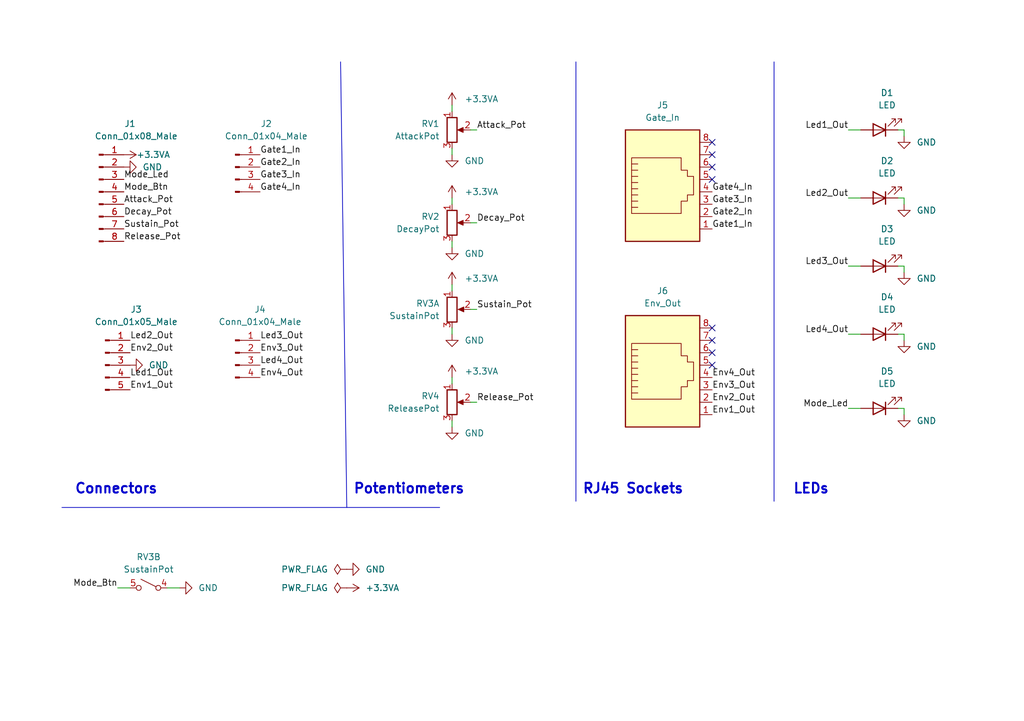
<source format=kicad_sch>
(kicad_sch (version 20230121) (generator eeschema)
  (paper "A5")
  (title_block (title "QuadEnv Controls") (date "2023-08-18") (rev "2.0") (company "Mountjoy Modular"))
  (lib_symbols
    (symbol "Connector:Conn_01x04_Pin" (pin_names (offset 1.016) hide)
      (property "Reference" "J" (at 0 5.08 0))
      (property "Value" "Conn_01x04_Pin" (at 0 -7.62 0))
      (symbol "Conn_01x04_Pin_1_1"
        (polyline (pts (xy 1.27 -5.08) (xy 0.8636 -5.08)) (stroke (width 0.1524)))
        (polyline (pts (xy 1.27 -2.54) (xy 0.8636 -2.54)) (stroke (width 0.1524)))
        (polyline (pts (xy 1.27 0) (xy 0.8636 0)) (stroke (width 0.1524)))
        (polyline (pts (xy 1.27 2.54) (xy 0.8636 2.54)) (stroke (width 0.1524)))
        (rectangle (start 0.8636 -4.953) (end 0 -5.207) (stroke (width 0.1524)) (fill (type outline)))
        (rectangle (start 0.8636 -2.413) (end 0 -2.667) (stroke (width 0.1524)) (fill (type outline)))
        (rectangle (start 0.8636 0.127) (end 0 -0.127) (stroke (width 0.1524)) (fill (type outline)))
        (rectangle (start 0.8636 2.667) (end 0 2.413) (stroke (width 0.1524)) (fill (type outline)))
        (pin passive line (at 5.08 2.54 180) (length 3.81) (name "Pin_1") (number "1"))
        (pin passive line (at 5.08 0 180) (length 3.81) (name "Pin_2") (number "2"))
        (pin passive line (at 5.08 -2.54 180) (length 3.81) (name "Pin_3") (number "3"))
        (pin passive line (at 5.08 -5.08 180) (length 3.81) (name "Pin_4") (number "4"))
      )
    )
    (symbol "Connector:Conn_01x05_Pin" (pin_names (offset 1.016) hide)
      (property "Reference" "J" (at 0 7.62 0))
      (property "Value" "Conn_01x05_Pin" (at 0 -7.62 0))
      (symbol "Conn_01x05_Pin_1_1"
        (polyline (pts (xy 1.27 -5.08) (xy 0.8636 -5.08)) (stroke (width 0.1524)))
        (polyline (pts (xy 1.27 -2.54) (xy 0.8636 -2.54)) (stroke (width 0.1524)))
        (polyline (pts (xy 1.27 0) (xy 0.8636 0)) (stroke (width 0.1524)))
        (polyline (pts (xy 1.27 2.54) (xy 0.8636 2.54)) (stroke (width 0.1524)))
        (polyline (pts (xy 1.27 5.08) (xy 0.8636 5.08)) (stroke (width 0.1524)))
        (rectangle (start 0.8636 -4.953) (end 0 -5.207) (stroke (width 0.1524)) (fill (type outline)))
        (rectangle (start 0.8636 -2.413) (end 0 -2.667) (stroke (width 0.1524)) (fill (type outline)))
        (rectangle (start 0.8636 0.127) (end 0 -0.127) (stroke (width 0.1524)) (fill (type outline)))
        (rectangle (start 0.8636 2.667) (end 0 2.413) (stroke (width 0.1524)) (fill (type outline)))
        (rectangle (start 0.8636 5.207) (end 0 4.953) (stroke (width 0.1524)) (fill (type outline)))
        (pin passive line (at 5.08 5.08 180) (length 3.81) (name "Pin_1") (number "1"))
        (pin passive line (at 5.08 2.54 180) (length 3.81) (name "Pin_2") (number "2"))
        (pin passive line (at 5.08 0 180) (length 3.81) (name "Pin_3") (number "3"))
        (pin passive line (at 5.08 -2.54 180) (length 3.81) (name "Pin_4") (number "4"))
        (pin passive line (at 5.08 -5.08 180) (length 3.81) (name "Pin_5") (number "5"))
      )
    )
    (symbol "Connector:Conn_01x08_Pin" (pin_names (offset 1.016) hide)
      (property "Reference" "J" (at 0 10.16 0))
      (property "Value" "Conn_01x08_Pin" (at 0 -12.7 0))
      (symbol "Conn_01x08_Pin_1_1"
        (polyline (pts (xy 1.27 -10.16) (xy 0.8636 -10.16)) (stroke (width 0.1524)))
        (polyline (pts (xy 1.27 -7.62) (xy 0.8636 -7.62)) (stroke (width 0.1524)))
        (polyline (pts (xy 1.27 -5.08) (xy 0.8636 -5.08)) (stroke (width 0.1524)))
        (polyline (pts (xy 1.27 -2.54) (xy 0.8636 -2.54)) (stroke (width 0.1524)))
        (polyline (pts (xy 1.27 0) (xy 0.8636 0)) (stroke (width 0.1524)))
        (polyline (pts (xy 1.27 2.54) (xy 0.8636 2.54)) (stroke (width 0.1524)))
        (polyline (pts (xy 1.27 5.08) (xy 0.8636 5.08)) (stroke (width 0.1524)))
        (polyline (pts (xy 1.27 7.62) (xy 0.8636 7.62)) (stroke (width 0.1524)))
        (rectangle (start 0.8636 -10.033) (end 0 -10.287) (stroke (width 0.1524)) (fill (type outline)))
        (rectangle (start 0.8636 -7.493) (end 0 -7.747) (stroke (width 0.1524)) (fill (type outline)))
        (rectangle (start 0.8636 -4.953) (end 0 -5.207) (stroke (width 0.1524)) (fill (type outline)))
        (rectangle (start 0.8636 -2.413) (end 0 -2.667) (stroke (width 0.1524)) (fill (type outline)))
        (rectangle (start 0.8636 0.127) (end 0 -0.127) (stroke (width 0.1524)) (fill (type outline)))
        (rectangle (start 0.8636 2.667) (end 0 2.413) (stroke (width 0.1524)) (fill (type outline)))
        (rectangle (start 0.8636 5.207) (end 0 4.953) (stroke (width 0.1524)) (fill (type outline)))
        (rectangle (start 0.8636 7.747) (end 0 7.493) (stroke (width 0.1524)) (fill (type outline)))
        (pin passive line (at 5.08 7.62 180) (length 3.81) (name "Pin_1") (number "1"))
        (pin passive line (at 5.08 5.08 180) (length 3.81) (name "Pin_2") (number "2"))
        (pin passive line (at 5.08 2.54 180) (length 3.81) (name "Pin_3") (number "3"))
        (pin passive line (at 5.08 0 180) (length 3.81) (name "Pin_4") (number "4"))
        (pin passive line (at 5.08 -2.54 180) (length 3.81) (name "Pin_5") (number "5"))
        (pin passive line (at 5.08 -5.08 180) (length 3.81) (name "Pin_6") (number "6"))
        (pin passive line (at 5.08 -7.62 180) (length 3.81) (name "Pin_7") (number "7"))
        (pin passive line (at 5.08 -10.16 180) (length 3.81) (name "Pin_8") (number "8"))
      )
    )
    (symbol "Connector:RJ45" (pin_names (offset 1.016))
      (property "Reference" "J" (at -5.08 13.97 0))
      (property "Value" "RJ45" (at 2.54 13.97 0))
      (symbol "RJ45_0_1"
        (polyline (pts (xy -5.08 4.445) (xy -6.35 4.445)))
        (polyline (pts (xy -5.08 5.715) (xy -6.35 5.715)))
        (polyline (pts (xy -6.35 -3.175) (xy -5.08 -3.175) (xy -5.08 -3.175)))
        (polyline (pts (xy -6.35 -1.905) (xy -5.08 -1.905) (xy -5.08 -1.905)))
        (polyline (pts (xy -6.35 -0.635) (xy -5.08 -0.635) (xy -5.08 -0.635)))
        (polyline (pts (xy -6.35 0.635) (xy -5.08 0.635) (xy -5.08 0.635)))
        (polyline (pts (xy -6.35 1.905) (xy -5.08 1.905) (xy -5.08 1.905)))
        (polyline (pts (xy -5.08 3.175) (xy -6.35 3.175) (xy -6.35 3.175)))
        (polyline (pts (xy -6.35 -4.445) (xy -6.35 6.985) (xy 3.81 6.985) (xy 3.81 4.445) (xy 5.08 4.445) (xy 5.08 3.175) (xy 6.35 3.175) (xy 6.35 -0.635) (xy 5.08 -0.635) (xy 5.08 -1.905) (xy 3.81 -1.905) (xy 3.81 -4.445) (xy -6.35 -4.445) (xy -6.35 -4.445)))
        (rectangle (start 7.62 12.7) (end -7.62 -10.16) (stroke (width 0.254)) (fill (type background)))
      )
      (symbol "RJ45_1_1"
        (pin passive line (at 10.16 -7.62 180) (length 2.54) (name "~") (number "1"))
        (pin passive line (at 10.16 -5.08 180) (length 2.54) (name "~") (number "2"))
        (pin passive line (at 10.16 -2.54 180) (length 2.54) (name "~") (number "3"))
        (pin passive line (at 10.16 0 180) (length 2.54) (name "~") (number "4"))
        (pin passive line (at 10.16 2.54 180) (length 2.54) (name "~") (number "5"))
        (pin passive line (at 10.16 5.08 180) (length 2.54) (name "~") (number "6"))
        (pin passive line (at 10.16 7.62 180) (length 2.54) (name "~") (number "7"))
        (pin passive line (at 10.16 10.16 180) (length 2.54) (name "~") (number "8"))
      )
    )
    (symbol "Device:LED" (pin_numbers hide) (pin_names (offset 1.016) hide)
      (property "Reference" "D" (at 0 2.54 0))
      (property "Value" "LED" (at 0 -2.54 0))
      (symbol "LED_0_1"
        (polyline (pts (xy -1.27 -1.27) (xy -1.27 1.27)) (stroke (width 0.254)))
        (polyline (pts (xy -1.27 0) (xy 1.27 0)))
        (polyline (pts (xy 1.27 -1.27) (xy 1.27 1.27) (xy -1.27 0) (xy 1.27 -1.27)) (stroke (width 0.254)))
        (polyline (pts (xy -3.048 -0.762) (xy -4.572 -2.286) (xy -3.81 -2.286) (xy -4.572 -2.286) (xy -4.572 -1.524)))
        (polyline (pts (xy -1.778 -0.762) (xy -3.302 -2.286) (xy -2.54 -2.286) (xy -3.302 -2.286) (xy -3.302 -1.524)))
      )
      (symbol "LED_1_1"
        (pin passive line (at -3.81 0 0) (length 2.54) (name "K") (number "1"))
        (pin passive line (at 3.81 0 180) (length 2.54) (name "A") (number "2"))
      )
    )
    (symbol "Device:R_Potentiometer" (pin_names (offset 1.016) hide)
      (property "Reference" "RV" (at -4.445 0 90))
      (property "Value" "R_Potentiometer" (at -2.54 0 90))
      (symbol "R_Potentiometer_0_1"
        (polyline (pts (xy 2.54 0) (xy 1.524 0)))
        (polyline (pts (xy 1.143 0) (xy 2.286 0.508) (xy 2.286 -0.508) (xy 1.143 0)) (fill (type outline)))
        (rectangle (start 1.016 2.54) (end -1.016 -2.54) (stroke (width 0.254)))
      )
      (symbol "R_Potentiometer_1_1"
        (pin passive line (at 0 3.81 270) (length 1.27) (name "1") (number "1"))
        (pin passive line (at 3.81 0 180) (length 1.27) (name "2") (number "2"))
        (pin passive line (at 0 -3.81 90) (length 1.27) (name "3") (number "3"))
      )
    )
    (symbol "Mountjoy:Switch_Potentiometer" (pin_names (offset 1.016) hide)
      (property "Reference" "RV" (at -7.62 1.27 90))
      (property "Value" "R_Potentiometer" (at -5.08 0 90))
      (symbol "Switch_Potentiometer_1_1"
        (rectangle (start -1.016 2.4892) (end 1.016 -2.5908) (stroke (width 0.254)))
        (polyline (pts (xy 1.27 0) (xy 2.413 0.508) (xy 2.413 -0.508) (xy 1.27 0)) (fill (type outline)))
        (pin passive line (at 0 3.81 270) (length 1.27) (name "1") (number "1"))
        (pin passive line (at 3.81 0 180) (length 1.27) (name "2") (number "2"))
        (pin passive line (at 0 -3.81 90) (length 1.27) (name "3") (number "3"))
      )
      (symbol "Switch_Potentiometer_2_0"
        (circle (center -1.9812 0) (radius 0.508))
        (polyline (pts (xy -1.4732 0.254) (xy 1.5748 1.778)))
        (circle (center 2.032 0) (radius 0.508))
      )
      (symbol "Switch_Potentiometer_2_1"
        (pin passive line (at -3.81 0 0) (length 1.27) (name "1") (number "4"))
        (pin passive line (at 3.81 0 180) (length 1.27) (name "2") (number "5"))
      )
    )
    (symbol "Switch_Potentiometer_1" (pin_names (offset 1.016) hide)
      (property "Reference" "RV" (at -7.62 1.27 90))
      (property "Value" "Switch_Potentiometer" (at -5.08 0 90))
      (symbol "Switch_Potentiometer_1_1_1"
        (rectangle (start -1.016 2.4892) (end 1.016 -2.5908) (stroke (width 0.254)))
        (polyline (pts (xy 1.27 0) (xy 2.413 0.508) (xy 2.413 -0.508) (xy 1.27 0)) (fill (type outline)))
        (pin passive line (at 0 3.81 270) (length 1.27) (name "1") (number "1"))
        (pin passive line (at 3.81 0 180) (length 1.27) (name "2") (number "2"))
        (pin passive line (at 0 -3.81 90) (length 1.27) (name "3") (number "3"))
      )
      (symbol "Switch_Potentiometer_1_2_0"
        (circle (center -1.9812 0) (radius 0.508))
        (polyline (pts (xy -1.4732 0.254) (xy 1.5748 1.778)))
        (circle (center 2.032 0) (radius 0.508))
      )
      (symbol "Switch_Potentiometer_1_2_1"
        (pin passive line (at -3.81 0 0) (length 1.27) (name "1") (number "4"))
        (pin passive line (at 3.81 0 180) (length 1.27) (name "2") (number "5"))
      )
    )
    (symbol "power:+3.3VA" (power) (pin_names (offset 0))
      (property "Value" "+3.3VA" (at 0 3.556 0))
      (symbol "+3.3VA_0_1"
        (polyline (pts (xy -0.762 1.27) (xy 0 2.54)))
        (polyline (pts (xy 0 0) (xy 0 2.54)))
        (polyline (pts (xy 0 2.54) (xy 0.762 1.27)))
      )
      (symbol "+3.3VA_1_1"
        (pin power_in line (at 0 0 90) (length 0) hide (name "+3.3VA") (number "1"))
      )
    )
    (symbol "power:GND" (power) (pin_names (offset 0))
      (property "Value" "GND" (at 0 -3.81 0))
      (symbol "GND_0_1"
        (polyline (pts (xy 0 0) (xy 0 -1.27) (xy 1.27 -1.27) (xy 0 -2.54) (xy -1.27 -1.27) (xy 0 -1.27)))
      )
      (symbol "GND_1_1"
        (pin power_in line (at 0 0 270) (length 0) hide (name "GND") (number "1"))
      )
    )
    (symbol "power:PWR_FLAG" (power) (pin_numbers hide) (pin_names (offset 0) hide)
      (property "Value" "PWR_FLAG" (at 0 3.81 0))
      (symbol "PWR_FLAG_0_0"
        (pin power_out line (at 0 0 90) (length 0) (name "pwr") (number "1"))
      )
      (symbol "PWR_FLAG_0_1"
        (polyline (pts (xy 0 0) (xy 0 1.27) (xy -1.016 1.905) (xy 0 2.54) (xy 1.016 1.905) (xy 0 1.27)))
      )
    )
  )
  (no_connect (at 146.05 34.29))
  (no_connect (at 146.05 72.39))
  (no_connect (at 146.05 69.85))
  (no_connect (at 146.05 67.31))
  (no_connect (at 146.05 31.75))
  (no_connect (at 146.05 29.21))
  (no_connect (at 146.05 36.83))
  (no_connect (at 146.05 74.93))
  (polyline (pts (xy 158.75 12.7) (xy 158.75 102.87)))
  (wire (pts (xy 97.79 26.67) (xy 96.52 26.67)))
  (wire (pts (xy 24.13 120.65) (xy 26.67 120.65)))
  (wire (pts (xy 185.42 68.58) (xy 185.42 69.85)))
  (wire (pts (xy 173.99 26.67) (xy 176.53 26.67)))
  (wire (pts (xy 92.71 87.63) (xy 92.71 86.36)))
  (wire (pts (xy 92.71 50.8) (xy 92.71 49.53)))
  (wire (pts (xy 184.15 68.58) (xy 185.42 68.58)))
  (wire (pts (xy 185.42 83.82) (xy 185.42 85.09)))
  (wire (pts (xy 92.71 68.58) (xy 92.71 67.31)))
  (polyline (pts (xy 69.85 12.7) (xy 71.12 104.14)))
  (wire (pts (xy 173.99 54.61) (xy 176.53 54.61)))
  (wire (pts (xy 97.79 45.72) (xy 96.52 45.72)))
  (wire (pts (xy 173.99 40.64) (xy 176.53 40.64)))
  (wire (pts (xy 173.99 68.58) (xy 176.53 68.58)))
  (wire (pts (xy 184.15 54.61) (xy 185.42 54.61)))
  (wire (pts (xy 92.71 31.75) (xy 92.71 30.48)))
  (wire (pts (xy 97.79 63.5) (xy 96.52 63.5)))
  (wire (pts (xy 92.71 58.42) (xy 92.71 59.69)))
  (wire (pts (xy 185.42 26.67) (xy 185.42 27.94)))
  (wire (pts (xy 185.42 54.61) (xy 185.42 55.88)))
  (wire (pts (xy 185.42 40.64) (xy 185.42 41.91)))
  (wire (pts (xy 92.71 21.59) (xy 92.71 22.86)))
  (wire (pts (xy 92.71 40.64) (xy 92.71 41.91)))
  (wire (pts (xy 173.99 83.82) (xy 176.53 83.82)))
  (polyline (pts (xy 12.7 104.14) (xy 90.17 104.14)))
  (wire (pts (xy 184.15 83.82) (xy 185.42 83.82)))
  (wire (pts (xy 184.15 26.67) (xy 185.42 26.67)))
  (polyline (pts (xy 118.11 12.7) (xy 118.11 102.87)))
  (wire (pts (xy 34.29 120.65) (xy 36.83 120.65)))
  (wire (pts (xy 97.79 82.55) (xy 96.52 82.55)))
  (wire (pts (xy 92.71 77.47) (xy 92.71 78.74)))
  (wire (pts (xy 184.15 40.64) (xy 185.42 40.64)))
  (text "Potentiometers" (at 72.39 101.6 0) (effects (font (size 2 2) (thickness 0.4) bold) (justify left bottom)))
  (text "Connectors" (at 15.24 101.6 0) (effects (font (size 2 2) (thickness 0.4) bold) (justify left bottom)))
  (text "LEDs" (at 162.56 101.6 0) (effects (font (size 2 2) (thickness 0.4) bold) (justify left bottom)))
  (text "RJ45 Sockets" (at 119.38 101.6 0) (effects (font (size 2 2) (thickness 0.4) bold) (justify left bottom)))
  (label "Env1_Out" (at 26.67 80.01 0))
  (label "Gate1_In" (at 53.34 31.75 0))
  (label "Led4_Out" (at 53.34 74.93 0))
  (label "Mode_Led" (at 25.4 36.83 0))
  (label "Led1_Out" (at 26.67 77.47 0))
  (label "Led3_Out" (at 173.99 54.61 180))
  (label "Sustain_Pot" (at 25.4 46.99 0))
  (label "Led2_Out" (at 26.67 69.85 0))
  (label "Gate2_In" (at 53.34 34.29 0))
  (label "Env4_Out" (at 53.34 77.47 0))
  (label "Release_Pot" (at 97.79 82.55 0))
  (label "Attack_Pot" (at 25.4 41.91 0))
  (label "Led2_Out" (at 173.99 40.64 180))
  (label "Led4_Out" (at 173.99 68.58 180))
  (label "Mode_Btn" (at 24.13 120.65 180))
  (label "Env1_Out" (at 146.05 85.09 0))
  (label "Mode_Btn" (at 25.4 39.37 0))
  (label "Attack_Pot" (at 97.79 26.67 0))
  (label "Gate1_In" (at 146.05 46.99 0))
  (label "Env2_Out" (at 146.05 82.55 0))
  (label "Led1_Out" (at 173.99 26.67 180))
  (label "Decay_Pot" (at 97.79 45.72 0))
  (label "Decay_Pot" (at 25.4 44.45 0))
  (label "Release_Pot" (at 25.4 49.53 0))
  (label "Gate3_In" (at 53.34 36.83 0))
  (label "Gate4_In" (at 146.05 39.37 0))
  (label "Sustain_Pot" (at 97.79 63.5 0))
  (label "Led3_Out" (at 53.34 69.85 0))
  (label "Mode_Led" (at 173.99 83.82 180))
  (label "Env3_Out" (at 146.05 80.01 0))
  (label "Gate2_In" (at 146.05 44.45 0))
  (label "Gate3_In" (at 146.05 41.91 0))
  (label "Env4_Out" (at 146.05 77.47 0))
  (label "Env2_Out" (at 26.67 72.39 0))
  (label "Env3_Out" (at 53.34 72.39 0))
  (label "Gate4_In" (at 53.34 39.37 0))
  (symbol (lib_id "Device:LED") (at 180.34 83.82 180) (unit 1)
    (property "Reference" "D5" (at 181.9275 76.2 0))
    (property "Value" "LED" (at 181.9275 78.74 0))
    (property "Footprint" "Custom_Footprints:LED_D3.0mm" (effects hide))
  )
  (symbol (lib_id "Connector:Conn_01x04_Pin") (at 48.26 72.39 0) (unit 1)
    (property "Reference" "J4" (at 53.34 63.5 0))
    (property "Value" "Conn_01x04_Male" (at 53.34 66.04 0))
    (property "Footprint" "Connector_PinHeader_2.54mm:PinHeader_1x04_P2.54mm_Vertical" (effects hide))
  )
  (symbol (lib_id "Mountjoy:Switch_Potentiometer") (at 30.48 120.65 0) (mirror y) (unit 2)
    (property "Reference" "RV3" (at 30.48 114.3 0))
    (property "Value" "SustainPot" (at 30.48 116.84 0))
    (property "Footprint" "Custom_Footprints:Bourns_Switch_Potentiometer" (effects hide))
  )
  (symbol (lib_id "power:PWR_FLAG") (at 71.12 120.65 90) (unit 1)
    (property "Reference" "#FLG02" (effects hide))
    (property "Value" "PWR_FLAG" (at 67.31 120.6499 90) (effects (justify left)))
  )
  (symbol (lib_id "Device:LED") (at 180.34 26.67 180) (unit 1)
    (property "Reference" "D1" (at 181.9275 19.05 0))
    (property "Value" "LED" (at 181.9275 21.59 0))
    (property "Footprint" "Custom_Footprints:LED_D3.0mm" (effects hide))
  )
  (symbol (lib_id "Device:R_Potentiometer") (at 92.71 82.55 0) (unit 1)
    (property "Reference" "RV4" (at 90.17 81.2799 0) (effects (justify right)))
    (property "Value" "ReleasePot" (at 90.17 83.8199 0) (effects (justify right)))
    (property "Footprint" "Custom_Footprints:Alpha_9mm_Potentiometer_Aligned" (effects hide))
  )
  (symbol (lib_id "power:GND") (at 185.42 41.91 0) (mirror y) (unit 1)
    (property "Reference" "#PWR014" (effects hide))
    (property "Value" "GND" (at 187.96 43.1799 0) (effects (justify right)))
  )
  (symbol (lib_id "power:+3.3VA") (at 92.71 77.47 0) (unit 1)
    (property "Reference" "#PWR011" (effects hide))
    (property "Value" "+3.3VA" (at 95.25 76.1999 0) (effects (justify left)))
  )
  (symbol (lib_id "Connector:RJ45") (at 135.89 39.37 0) (unit 1)
    (property "Reference" "J5" (at 135.89 21.59 0))
    (property "Value" "Gate_In" (at 135.89 24.13 0))
    (property "Footprint" "Custom_Footprints:RJ45_Amphenol_RJHSE-3080" (effects hide))
  )
  (symbol (lib_id "power:GND") (at 185.42 55.88 0) (mirror y) (unit 1)
    (property "Reference" "#PWR015" (effects hide))
    (property "Value" "GND" (at 187.96 57.1499 0) (effects (justify right)))
  )
  (symbol (lib_id "Connector:RJ45") (at 135.89 77.47 0) (unit 1)
    (property "Reference" "J6" (at 135.89 59.69 0))
    (property "Value" "Env_Out" (at 135.89 62.23 0))
    (property "Footprint" "Custom_Footprints:RJ45_Amphenol_RJHSE-3080" (effects hide))
  )
  (symbol (lib_id "power:GND") (at 25.4 34.29 90) (mirror x) (unit 1)
    (property "Reference" "#PWR0101" (effects hide))
    (property "Value" "GND" (at 29.21 34.29 90) (effects (justify right)))
  )
  (symbol (lib_id "power:GND") (at 92.71 50.8 0) (mirror y) (unit 1)
    (property "Reference" "#PWR08" (effects hide))
    (property "Value" "GND" (at 95.25 52.0699 0) (effects (justify right)))
  )
  (symbol (lib_id "power:GND") (at 36.83 120.65 90) (mirror x) (unit 1)
    (property "Reference" "#PWR04" (effects hide))
    (property "Value" "GND" (at 40.64 120.6499 90) (effects (justify right)))
  )
  (symbol (lib_id "Device:LED") (at 180.34 40.64 180) (unit 1)
    (property "Reference" "D2" (at 181.9275 33.02 0))
    (property "Value" "LED" (at 181.9275 35.56 0))
    (property "Footprint" "Custom_Footprints:LED_D3.0mm" (effects hide))
  )
  (symbol (lib_id "power:GND") (at 92.71 31.75 0) (mirror y) (unit 1)
    (property "Reference" "#PWR06" (effects hide))
    (property "Value" "GND" (at 95.25 33.0199 0) (effects (justify right)))
  )
  (symbol (lib_id "power:+3.3VA") (at 92.71 58.42 0) (unit 1)
    (property "Reference" "#PWR09" (effects hide))
    (property "Value" "+3.3VA" (at 95.25 57.1499 0) (effects (justify left)))
  )
  (symbol (lib_id "Device:R_Potentiometer") (at 92.71 26.67 0) (unit 1)
    (property "Reference" "RV1" (at 90.17 25.3999 0) (effects (justify right)))
    (property "Value" "AttackPot" (at 90.17 27.9399 0) (effects (justify right)))
    (property "Footprint" "Custom_Footprints:Alpha_9mm_Potentiometer_Aligned" (effects hide))
  )
  (symbol (lib_id "power:GND") (at 92.71 87.63 0) (mirror y) (unit 1)
    (property "Reference" "#PWR012" (effects hide))
    (property "Value" "GND" (at 95.25 88.8999 0) (effects (justify right)))
  )
  (symbol (lib_id "Device:LED") (at 180.34 68.58 180) (unit 1)
    (property "Reference" "D4" (at 181.9275 60.96 0))
    (property "Value" "LED" (at 181.9275 63.5 0))
    (property "Footprint" "Custom_Footprints:LED_D3.0mm" (effects hide))
  )
  (symbol (lib_id "power:PWR_FLAG") (at 71.12 116.84 90) (unit 1)
    (property "Reference" "#FLG01" (effects hide))
    (property "Value" "PWR_FLAG" (at 67.31 116.8399 90) (effects (justify left)))
  )
  (symbol (lib_name "Switch_Potentiometer_1") (lib_id "Mountjoy:Switch_Potentiometer") (at 92.71 63.5 0) (unit 1)
    (property "Reference" "RV3" (at 90.17 62.2808 0) (effects (justify right)))
    (property "Value" "SustainPot" (at 90.17 64.8208 0) (effects (justify right)))
    (property "Footprint" "Custom_Footprints:Bourns_Switch_Potentiometer" (effects hide))
  )
  (symbol (lib_id "Connector:Conn_01x04_Pin") (at 48.26 34.29 0) (unit 1)
    (property "Reference" "J2" (at 54.61 25.4 0))
    (property "Value" "Conn_01x04_Male" (at 54.61 27.94 0))
    (property "Footprint" "Connector_PinHeader_2.54mm:PinHeader_1x04_P2.54mm_Vertical" (effects hide))
  )
  (symbol (lib_id "Connector:Conn_01x05_Pin") (at 21.59 74.93 0) (unit 1)
    (property "Reference" "J3" (at 27.94 63.5 0))
    (property "Value" "Conn_01x05_Male" (at 27.94 66.04 0))
    (property "Footprint" "Connector_PinHeader_2.54mm:PinHeader_1x05_P2.54mm_Vertical" (effects hide))
  )
  (symbol (lib_id "power:GND") (at 71.12 116.84 90) (mirror x) (unit 1)
    (property "Reference" "#PWR01" (effects hide))
    (property "Value" "GND" (at 74.93 116.8399 90) (effects (justify right)))
  )
  (symbol (lib_id "Device:R_Potentiometer") (at 92.71 45.72 0) (unit 1)
    (property "Reference" "RV2" (at 90.17 44.4499 0) (effects (justify right)))
    (property "Value" "DecayPot" (at 90.17 46.9899 0) (effects (justify right)))
    (property "Footprint" "Custom_Footprints:Alpha_9mm_Potentiometer_Aligned" (effects hide))
  )
  (symbol (lib_id "power:+3.3VA") (at 71.12 120.65 270) (unit 1)
    (property "Reference" "#PWR02" (effects hide))
    (property "Value" "+3.3VA" (at 74.93 120.6499 90) (effects (justify left)))
  )
  (symbol (lib_id "Device:LED") (at 180.34 54.61 180) (unit 1)
    (property "Reference" "D3" (at 181.9275 46.99 0))
    (property "Value" "LED" (at 181.9275 49.53 0))
    (property "Footprint" "Custom_Footprints:LED_D3.0mm" (effects hide))
  )
  (symbol (lib_id "power:+3.3VA") (at 92.71 21.59 0) (unit 1)
    (property "Reference" "#PWR05" (effects hide))
    (property "Value" "+3.3VA" (at 95.25 20.3199 0) (effects (justify left)))
  )
  (symbol (lib_id "power:GND") (at 185.42 27.94 0) (mirror y) (unit 1)
    (property "Reference" "#PWR013" (effects hide))
    (property "Value" "GND" (at 187.96 29.2099 0) (effects (justify right)))
  )
  (symbol (lib_id "power:GND") (at 185.42 85.09 0) (mirror y) (unit 1)
    (property "Reference" "#PWR017" (effects hide))
    (property "Value" "GND" (at 187.96 86.3599 0) (effects (justify right)))
  )
  (symbol (lib_id "power:+3.3VA") (at 25.4 31.75 270) (unit 1)
    (property "Reference" "#PWR0102" (effects hide))
    (property "Value" "+3.3VA" (at 27.94 31.75 90) (effects (justify left)))
  )
  (symbol (lib_id "power:GND") (at 185.42 69.85 0) (mirror y) (unit 1)
    (property "Reference" "#PWR016" (effects hide))
    (property "Value" "GND" (at 187.96 71.1199 0) (effects (justify right)))
  )
  (symbol (lib_id "power:GND") (at 92.71 68.58 0) (mirror y) (unit 1)
    (property "Reference" "#PWR010" (effects hide))
    (property "Value" "GND" (at 95.25 69.8499 0) (effects (justify right)))
  )
  (symbol (lib_id "Connector:Conn_01x08_Pin") (at 20.32 39.37 0) (unit 1)
    (property "Reference" "J1" (at 26.67 25.4 0))
    (property "Value" "Conn_01x08_Male" (at 27.94 27.94 0))
    (property "Footprint" "Connector_PinHeader_2.54mm:PinHeader_1x08_P2.54mm_Vertical" (effects hide))
  )
  (symbol (lib_id "power:GND") (at 26.67 74.93 90) (mirror x) (unit 1)
    (property "Reference" "#PWR03" (effects hide))
    (property "Value" "GND" (at 30.48 74.9299 90) (effects (justify right)))
  )
  (symbol (lib_id "power:+3.3VA") (at 92.71 40.64 0) (unit 1)
    (property "Reference" "#PWR07" (effects hide))
    (property "Value" "+3.3VA" (at 95.25 39.3699 0) (effects (justify left)))
  )
)
</source>
